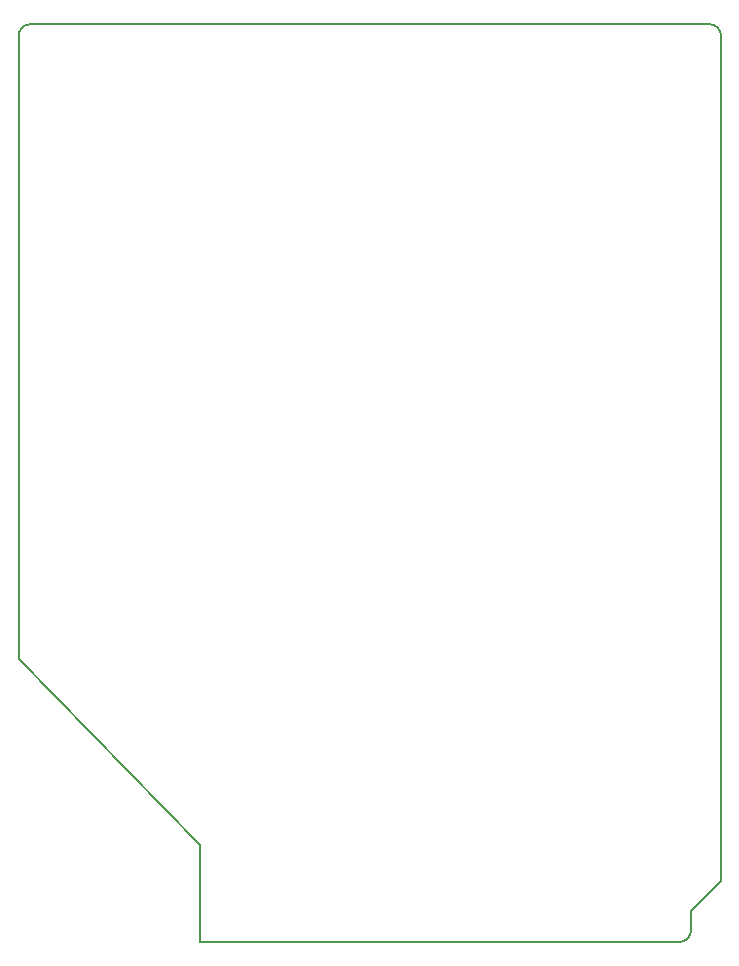
<source format=gm1>
G04 #@! TF.GenerationSoftware,KiCad,Pcbnew,5.0.0-rc2*
G04 #@! TF.CreationDate,2018-11-29T01:26:55-05:00*
G04 #@! TF.ProjectId,uno,756E6F2E6B696361645F706362000000,v1.0*
G04 #@! TF.SameCoordinates,Original*
G04 #@! TF.FileFunction,Profile,NP*
%FSLAX46Y46*%
G04 Gerber Fmt 4.6, Leading zero omitted, Abs format (unit mm)*
G04 Created by KiCad (PCBNEW 5.0.0-rc2) date Thu Nov 29 01:26:55 2018*
%MOMM*%
%LPD*%
G01*
G04 APERTURE LIST*
%ADD10C,0.152400*%
%ADD11C,0.150000*%
G04 APERTURE END LIST*
D10*
X45262800Y-111252000D02*
X44754800Y-111252000D01*
X44754800Y-103022400D02*
X44754800Y-111252000D01*
X45237400Y-111252000D02*
X85344000Y-111252000D01*
X29413200Y-87274400D02*
X44754800Y-103022400D01*
X29413200Y-34544000D02*
X29413200Y-87274400D01*
X87884000Y-33528000D02*
X30429200Y-33528000D01*
X86360000Y-110236000D02*
X86360000Y-108585000D01*
X88900000Y-34544000D02*
X88900000Y-73660000D01*
X86360000Y-110236000D02*
G75*
G02X85344000Y-111252000I-1016000J0D01*
G01*
X87884000Y-33528000D02*
G75*
G02X88900000Y-34544000I0J-1016000D01*
G01*
X29413200Y-34544000D02*
G75*
G02X30429200Y-33528000I1016000J0D01*
G01*
D11*
X88900000Y-106045000D02*
X88900000Y-73279000D01*
X86360000Y-108585000D02*
X88900000Y-106045000D01*
M02*

</source>
